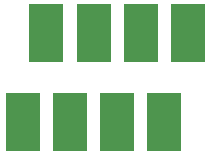
<source format=gbr>
G04 #@! TF.GenerationSoftware,KiCad,Pcbnew,(5.1.4)-1*
G04 #@! TF.CreationDate,2021-01-17T20:12:36-03:30*
G04 #@! TF.ProjectId,Eth_Breakout,4574685f-4272-4656-916b-6f75742e6b69,V1.0*
G04 #@! TF.SameCoordinates,Original*
G04 #@! TF.FileFunction,Paste,Top*
G04 #@! TF.FilePolarity,Positive*
%FSLAX46Y46*%
G04 Gerber Fmt 4.6, Leading zero omitted, Abs format (unit mm)*
G04 Created by KiCad (PCBNEW (5.1.4)-1) date 2021-01-17 20:12:36*
%MOMM*%
%LPD*%
G04 APERTURE LIST*
%ADD10R,3.000000X5.000000*%
G04 APERTURE END LIST*
D10*
X54250000Y-139250000D03*
X58250000Y-139250000D03*
X62250000Y-139250000D03*
X66250000Y-139250000D03*
X52250000Y-146750000D03*
X56250000Y-146750000D03*
X60250000Y-146750000D03*
X64250000Y-146750000D03*
M02*

</source>
